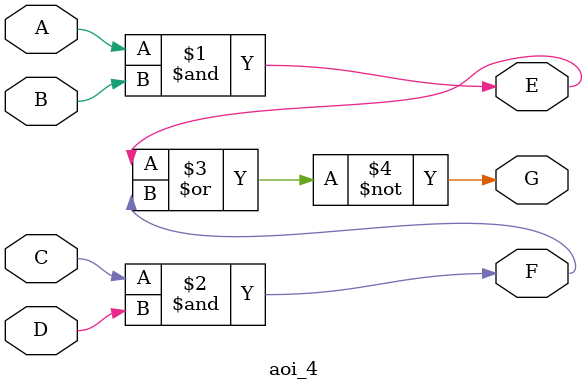
<source format=v>
`timescale 1ns / 1ps




module aoi_4(output E,F, G, input A, B, C, D);
    assign E = A&B;
    assign F = C&D;
    assign G = ~(E|F);
endmodule


</source>
